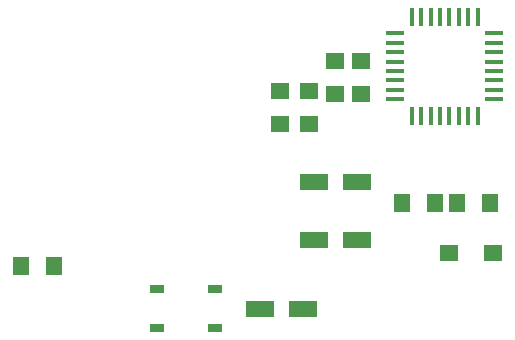
<source format=gbr>
G04 DipTrace 2.4.0.2*
%INTopPaste.gbr*%
%MOIN*%
%ADD60R,0.0512X0.0276*%
%ADD62R,0.0118X0.0591*%
%ADD64R,0.0591X0.0118*%
%ADD78R,0.063X0.0583*%
%ADD80R,0.0945X0.0551*%
%ADD82R,0.063X0.0551*%
%ADD84R,0.0551X0.063*%
%FSLAX44Y44*%
G04*
G70*
G90*
G75*
G01*
%LNTopPaste*%
%LPD*%
D84*
X25062Y8937D3*
X23960D3*
X22125D3*
X23227D3*
D82*
X20750Y12562D3*
Y13664D3*
D80*
X18812Y5375D3*
X17395D3*
D82*
X19875Y12562D3*
Y13664D3*
D80*
X19187Y9625D3*
X20604D3*
X19187Y7687D3*
X20604D3*
D78*
X23689Y7250D3*
X25137D3*
D82*
X18062Y11562D3*
Y12664D3*
D84*
X10500Y6813D3*
X9397D3*
D82*
X19000Y11562D3*
Y12664D3*
D64*
X25189Y12376D3*
Y12691D3*
Y13006D3*
Y13321D3*
Y13635D3*
Y13950D3*
Y14265D3*
Y14580D3*
D62*
X24638Y15132D3*
X24323D3*
X24008D3*
X23693D3*
X23378D3*
X23063D3*
X22748D3*
X22433D3*
D64*
X21882Y14580D3*
Y14265D3*
Y13950D3*
Y13635D3*
Y13321D3*
Y13006D3*
Y12691D3*
Y12376D3*
D62*
X22433Y11824D3*
X22748D3*
X23063D3*
X23378D3*
X23693D3*
X24008D3*
X24323D3*
X24638D3*
D60*
X13937Y6062D3*
Y4763D3*
X15866D3*
Y6062D3*
M02*

</source>
